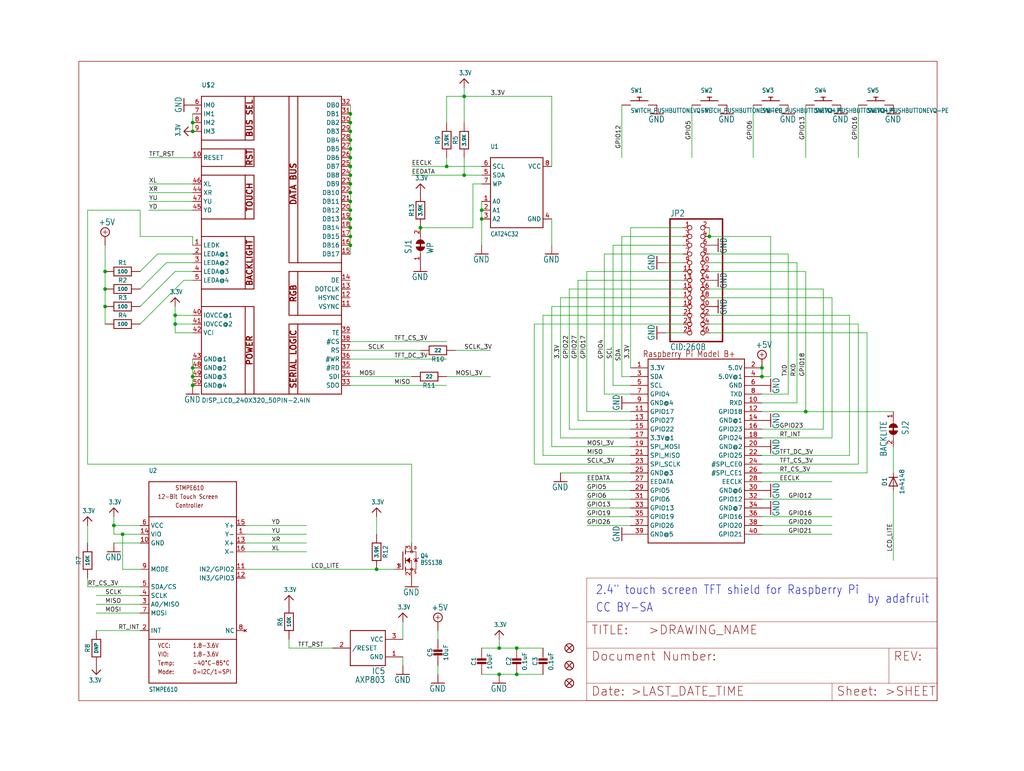
<source format=kicad_sch>
(kicad_sch (version 20211123) (generator eeschema)
  (paper "User" 297.002 223.571)
  (junction (at 144.78 195.58))
  (junction (at 139.7 60.96))
  (junction (at 101.6 58.42))
  (junction (at 55.88 109.22))
  (junction (at 134.62 27.94))
  (junction (at 101.6 68.58))
  (junction (at 220.98 109.22))
  (junction (at 101.6 55.88))
  (junction (at 33.02 152.4))
  (junction (at 129.54 48.26))
  (junction (at 101.6 53.34))
  (junction (at 101.6 50.8))
  (junction (at 233.68 119.38))
  (junction (at 101.6 71.12))
  (junction (at 30.48 88.9))
  (junction (at 101.6 35.56))
  (junction (at 30.48 83.82))
  (junction (at 50.8 91.44))
  (junction (at 55.88 111.76))
  (junction (at 149.86 195.58))
  (junction (at 101.6 38.1))
  (junction (at 109.22 165.1))
  (junction (at 101.6 43.18))
  (junction (at 101.6 45.72))
  (junction (at 50.8 93.98))
  (junction (at 101.6 60.96))
  (junction (at 35.56 154.94))
  (junction (at 205.74 68.58))
  (junction (at 101.6 33.02))
  (junction (at 101.6 40.64))
  (junction (at 101.6 63.5))
  (junction (at 101.6 66.04))
  (junction (at 121.92 66.04))
  (junction (at 55.88 38.1))
  (junction (at 55.88 35.56))
  (junction (at 149.86 187.96))
  (junction (at 101.6 48.26))
  (junction (at 220.98 106.68))
  (junction (at 139.7 63.5))
  (junction (at 30.48 78.74))
  (junction (at 55.88 106.68))
  (junction (at 144.78 187.96))
  (junction (at 134.62 50.8))
  (wire (pts (xy 55.88 55.88) (xy 43.18 55.88)))
  (wire (pts (xy 149.86 187.96) (xy 144.78 187.96)))
  (wire (pts (xy 165.1 124.46) (xy 182.88 124.46)))
  (wire (pts (xy 228.6 114.3) (xy 220.98 114.3)))
  (wire (pts (xy 101.6 33.02) (xy 101.6 35.56)))
  (wire (pts (xy 25.4 170.18) (xy 25.4 167.64)))
  (wire (pts (xy 129.54 109.22) (xy 142.24 109.22)))
  (wire (pts (xy 121.92 66.04) (xy 137.16 66.04)))
  (wire (pts (xy 101.6 38.1) (xy 101.6 40.64)))
  (wire (pts (xy 30.48 88.9) (xy 30.48 93.98)))
  (wire (pts (xy 198.12 81.28) (xy 167.64 81.28)))
  (wire (pts (xy 116.84 185.42) (xy 116.84 180.34)))
  (wire (pts (xy 246.38 132.08) (xy 220.98 132.08)))
  (wire (pts (xy 71.12 157.48) (xy 88.9 157.48)))
  (wire (pts (xy 101.6 71.12) (xy 101.6 73.66)))
  (wire (pts (xy 233.68 30.48) (xy 233.68 45.72)))
  (wire (pts (xy 137.16 66.04) (xy 137.16 53.34)))
  (wire (pts (xy 25.4 170.18) (xy 40.64 170.18)))
  (wire (pts (xy 139.7 48.26) (xy 129.54 48.26)))
  (wire (pts (xy 238.76 83.82) (xy 238.76 124.46)))
  (wire (pts (xy 144.78 185.42) (xy 144.78 187.96)))
  (wire (pts (xy 198.12 66.04) (xy 182.88 66.04)))
  (wire (pts (xy 220.98 106.68) (xy 220.98 109.22)))
  (wire (pts (xy 223.52 68.58) (xy 223.52 109.22)))
  (wire (pts (xy 101.6 63.5) (xy 101.6 66.04)))
  (wire (pts (xy 167.64 121.92) (xy 182.88 121.92)))
  (wire (pts (xy 233.68 119.38) (xy 259.08 119.38)))
  (wire (pts (xy 40.64 83.82) (xy 48.26 76.2)))
  (wire (pts (xy 55.88 33.02) (xy 55.88 35.56)))
  (wire (pts (xy 55.88 53.34) (xy 43.18 53.34)))
  (wire (pts (xy 30.48 78.74) (xy 30.48 83.82)))
  (wire (pts (xy 198.12 88.9) (xy 160.02 88.9)))
  (wire (pts (xy 144.78 195.58) (xy 149.86 195.58)))
  (wire (pts (xy 40.64 60.96) (xy 40.64 68.58)))
  (wire (pts (xy 101.6 50.8) (xy 101.6 53.34)))
  (wire (pts (xy 162.56 86.36) (xy 162.56 127)))
  (wire (pts (xy 129.54 48.26) (xy 119.38 48.26)))
  (wire (pts (xy 55.88 35.56) (xy 55.88 38.1)))
  (wire (pts (xy 182.88 149.86) (xy 170.18 149.86)))
  (wire (pts (xy 205.74 91.44) (xy 246.38 91.44)))
  (wire (pts (xy 35.56 154.94) (xy 33.02 154.94)))
  (wire (pts (xy 241.3 154.94) (xy 220.98 154.94)))
  (wire (pts (xy 55.88 106.68) (xy 55.88 109.22)))
  (wire (pts (xy 182.88 66.04) (xy 182.88 106.68)))
  (wire (pts (xy 134.62 35.56) (xy 134.62 27.94)))
  (wire (pts (xy 205.74 66.04) (xy 205.74 68.58)))
  (wire (pts (xy 101.6 40.64) (xy 101.6 43.18)))
  (wire (pts (xy 25.4 60.96) (xy 40.64 60.96)))
  (wire (pts (xy 220.98 144.78) (xy 241.3 144.78)))
  (wire (pts (xy 180.34 68.58) (xy 180.34 109.22)))
  (wire (pts (xy 220.98 139.7) (xy 241.3 139.7)))
  (wire (pts (xy 55.88 104.14) (xy 55.88 106.68)))
  (wire (pts (xy 33.02 152.4) (xy 33.02 154.94)))
  (wire (pts (xy 40.64 154.94) (xy 35.56 154.94)))
  (wire (pts (xy 134.62 27.94) (xy 129.54 27.94)))
  (wire (pts (xy 198.12 68.58) (xy 180.34 68.58)))
  (wire (pts (xy 180.34 109.22) (xy 182.88 109.22)))
  (wire (pts (xy 71.12 152.4) (xy 88.9 152.4)))
  (wire (pts (xy 101.6 66.04) (xy 101.6 68.58)))
  (wire (pts (xy 167.64 81.28) (xy 167.64 121.92)))
  (wire (pts (xy 101.6 109.22) (xy 119.38 109.22)))
  (wire (pts (xy 160.02 129.54) (xy 182.88 129.54)))
  (wire (pts (xy 182.88 147.32) (xy 170.18 147.32)))
  (wire (pts (xy 116.84 190.5) (xy 116.84 193.04)))
  (wire (pts (xy 33.02 152.4) (xy 40.64 152.4)))
  (wire (pts (xy 27.94 172.72) (xy 40.64 172.72)))
  (wire (pts (xy 53.34 81.28) (xy 55.88 81.28)))
  (wire (pts (xy 205.74 76.2) (xy 231.14 76.2)))
  (wire (pts (xy 162.56 127) (xy 182.88 127)))
  (wire (pts (xy 25.4 157.48) (xy 25.4 152.4)))
  (wire (pts (xy 182.88 142.24) (xy 170.18 142.24)))
  (wire (pts (xy 160.02 88.9) (xy 160.02 129.54)))
  (wire (pts (xy 248.92 93.98) (xy 248.92 134.62)))
  (wire (pts (xy 127 195.58) (xy 127 193.04)))
  (wire (pts (xy 233.68 119.38) (xy 220.98 119.38)))
  (wire (pts (xy 33.02 149.86) (xy 33.02 152.4)))
  (wire (pts (xy 101.6 48.26) (xy 101.6 50.8)))
  (wire (pts (xy 50.8 96.52) (xy 55.88 96.52)))
  (wire (pts (xy 50.8 91.44) (xy 50.8 88.9)))
  (wire (pts (xy 198.12 83.82) (xy 165.1 83.82)))
  (wire (pts (xy 231.14 116.84) (xy 220.98 116.84)))
  (wire (pts (xy 170.18 119.38) (xy 182.88 119.38)))
  (wire (pts (xy 160.02 48.26) (xy 160.02 27.94)))
  (wire (pts (xy 198.12 93.98) (xy 154.94 93.98)))
  (wire (pts (xy 30.48 71.12) (xy 30.48 78.74)))
  (wire (pts (xy 50.8 93.98) (xy 50.8 91.44)))
  (wire (pts (xy 162.56 137.16) (xy 182.88 137.16)))
  (wire (pts (xy 134.62 50.8) (xy 139.7 50.8)))
  (wire (pts (xy 35.56 165.1) (xy 35.56 154.94)))
  (wire (pts (xy 200.66 30.48) (xy 200.66 45.72)))
  (wire (pts (xy 220.98 152.4) (xy 241.3 152.4)))
  (wire (pts (xy 198.12 78.74) (xy 170.18 78.74)))
  (wire (pts (xy 71.12 154.94) (xy 88.9 154.94)))
  (wire (pts (xy 205.74 93.98) (xy 248.92 93.98)))
  (wire (pts (xy 101.6 99.06) (xy 129.54 99.06)))
  (wire (pts (xy 40.64 182.88) (xy 27.94 182.88)))
  (wire (pts (xy 246.38 91.44) (xy 246.38 132.08)))
  (wire (pts (xy 205.74 68.58) (xy 223.52 68.58)))
  (wire (pts (xy 101.6 45.72) (xy 101.6 48.26)))
  (wire (pts (xy 27.94 175.26) (xy 40.64 175.26)))
  (wire (pts (xy 170.18 78.74) (xy 170.18 119.38)))
  (wire (pts (xy 101.6 60.96) (xy 101.6 63.5)))
  (wire (pts (xy 101.6 53.34) (xy 101.6 55.88)))
  (wire (pts (xy 223.52 109.22) (xy 220.98 109.22)))
  (wire (pts (xy 71.12 165.1) (xy 109.22 165.1)))
  (wire (pts (xy 175.26 114.3) (xy 182.88 114.3)))
  (wire (pts (xy 129.54 27.94) (xy 129.54 35.56)))
  (wire (pts (xy 144.78 187.96) (xy 139.7 187.96)))
  (wire (pts (xy 198.12 76.2) (xy 193.04 76.2)))
  (wire (pts (xy 50.8 78.74) (xy 55.88 78.74)))
  (wire (pts (xy 139.7 60.96) (xy 139.7 63.5)))
  (wire (pts (xy 40.64 88.9) (xy 50.8 78.74)))
  (wire (pts (xy 198.12 73.66) (xy 175.26 73.66)))
  (wire (pts (xy 170.18 144.78) (xy 182.88 144.78)))
  (wire (pts (xy 198.12 96.52) (xy 193.04 96.52)))
  (wire (pts (xy 101.6 35.56) (xy 101.6 38.1)))
  (wire (pts (xy 45.72 73.66) (xy 55.88 73.66)))
  (wire (pts (xy 101.6 101.6) (xy 121.92 101.6)))
  (wire (pts (xy 157.48 132.08) (xy 182.88 132.08)))
  (wire (pts (xy 43.18 58.42) (xy 55.88 58.42)))
  (wire (pts (xy 182.88 139.7) (xy 170.18 139.7)))
  (wire (pts (xy 165.1 83.82) (xy 165.1 124.46)))
  (wire (pts (xy 55.88 60.96) (xy 43.18 60.96)))
  (wire (pts (xy 170.18 152.4) (xy 182.88 152.4)))
  (wire (pts (xy 25.4 134.62) (xy 119.38 134.62)))
  (wire (pts (xy 137.16 53.34) (xy 139.7 53.34)))
  (wire (pts (xy 40.64 68.58) (xy 55.88 68.58)))
  (wire (pts (xy 101.6 68.58) (xy 101.6 71.12)))
  (wire (pts (xy 101.6 104.14) (xy 129.54 104.14)))
  (wire (pts (xy 180.34 30.48) (xy 180.34 45.72)))
  (wire (pts (xy 40.64 78.74) (xy 45.72 73.66)))
  (wire (pts (xy 50.8 96.52) (xy 50.8 93.98)))
  (wire (pts (xy 109.22 154.94) (xy 109.22 149.86)))
  (wire (pts (xy 241.3 86.36) (xy 241.3 127)))
  (wire (pts (xy 154.94 93.98) (xy 154.94 134.62)))
  (wire (pts (xy 248.92 30.48) (xy 248.92 45.72)))
  (wire (pts (xy 220.98 149.86) (xy 241.3 149.86)))
  (wire (pts (xy 129.54 45.72) (xy 129.54 48.26)))
  (wire (pts (xy 119.38 134.62) (xy 119.38 157.48)))
  (wire (pts (xy 139.7 58.42) (xy 139.7 60.96)))
  (wire (pts (xy 149.86 187.96) (xy 157.48 187.96)))
  (wire (pts (xy 139.7 195.58) (xy 144.78 195.58)))
  (wire (pts (xy 177.8 71.12) (xy 177.8 111.76)))
  (wire (pts (xy 205.74 86.36) (xy 241.3 86.36)))
  (wire (pts (xy 55.88 45.72) (xy 43.18 45.72)))
  (wire (pts (xy 238.76 124.46) (xy 220.98 124.46)))
  (wire (pts (xy 177.8 111.76) (xy 182.88 111.76)))
  (wire (pts (xy 259.08 142.24) (xy 259.08 162.56)))
  (wire (pts (xy 132.08 101.6) (xy 142.24 101.6)))
  (wire (pts (xy 198.12 71.12) (xy 177.8 71.12)))
  (wire (pts (xy 228.6 73.66) (xy 228.6 114.3)))
  (wire (pts (xy 55.88 109.22) (xy 55.88 111.76)))
  (wire (pts (xy 101.6 55.88) (xy 101.6 58.42)))
  (wire (pts (xy 139.7 63.5) (xy 139.7 71.12)))
  (wire (pts (xy 134.62 45.72) (xy 134.62 50.8)))
  (wire (pts (xy 154.94 134.62) (xy 182.88 134.62)))
  (wire (pts (xy 96.52 187.96) (xy 83.82 187.96)))
  (wire (pts (xy 241.3 127) (xy 220.98 127)))
  (wire (pts (xy 55.88 68.58) (xy 55.88 71.12)))
  (wire (pts (xy 231.14 76.2) (xy 231.14 116.84)))
  (wire (pts (xy 198.12 86.36) (xy 162.56 86.36)))
  (wire (pts (xy 157.48 195.58) (xy 149.86 195.58)))
  (wire (pts (xy 40.64 177.8) (xy 27.94 177.8)))
  (wire (pts (xy 251.46 96.52) (xy 251.46 137.16)))
  (wire (pts (xy 218.44 30.48) (xy 218.44 45.72)))
  (wire (pts (xy 25.4 60.96) (xy 25.4 134.62)))
  (wire (pts (xy 101.6 30.48) (xy 101.6 33.02)))
  (wire (pts (xy 55.88 93.98) (xy 50.8 93.98)))
  (wire (pts (xy 50.8 91.44) (xy 55.88 91.44)))
  (wire (pts (xy 160.02 63.5) (xy 160.02 71.12)))
  (wire (pts (xy 101.6 111.76) (xy 129.54 111.76)))
  (wire (pts (xy 33.02 157.48) (xy 40.64 157.48)))
  (wire (pts (xy 205.74 83.82) (xy 238.76 83.82)))
  (wire (pts (xy 251.46 137.16) (xy 220.98 137.16)))
  (wire (pts (xy 48.26 76.2) (xy 55.88 76.2)))
  (wire (pts (xy 109.22 165.1) (xy 114.3 165.1)))
  (wire (pts (xy 134.62 25.4) (xy 134.62 27.94)))
  (wire (pts (xy 248.92 134.62) (xy 220.98 134.62)))
  (wire (pts (xy 205.74 73.66) (xy 228.6 73.66)))
  (wire (pts (xy 83.82 187.96) (xy 83.82 185.42)))
  (wire (pts (xy 40.64 165.1) (xy 35.56 165.1)))
  (wire (pts (xy 157.48 91.44) (xy 157.48 132.08)))
  (wire (pts (xy 205.74 96.52) (xy 251.46 96.52)))
  (wire (pts (xy 198.12 91.44) (xy 157.48 91.44)))
  (wire (pts (xy 101.6 43.18) (xy 101.6 45.72)))
  (wire (pts (xy 127 182.88) (xy 127 185.42)))
  (wire (pts (xy 101.6 58.42) (xy 101.6 60.96)))
  (wire (pts (xy 205.74 78.74) (xy 233.68 78.74)))
  (wire (pts (xy 259.08 137.16) (xy 259.08 129.54)))
  (wire (pts (xy 233.68 78.74) (xy 233.68 119.38)))
  (wire (pts (xy 40.64 93.98) (xy 53.34 81.28)))
  (wire (pts (xy 119.38 50.8) (xy 134.62 50.8)))
  (wire (pts (xy 160.02 27.94) (xy 134.62 27.94)))
  (wire (pts (xy 175.26 73.66) (xy 175.26 114.3)))
  (wire (pts (xy 30.48 83.82) (xy 30.48 88.9)))
  (wire (pts (xy 71.12 160.02) (xy 88.9 160.02)))
  (text "by adafruit~{}" (at 251.46 175.26 180) (effects (font (size 2.54 2.159)) (justify left bottom)))
  (text "CC BY-SA" (at 172.72 177.8 180) (effects (font (size 2.54 2.159)) (justify left bottom)))
  (text "2.4\" touch screen TFT shield for Raspberry Pi" (at 172.72 172.72 180) (effects (font (size 2.54 2.159)) (justify left bottom)))
  (label "SCL" (at 177.8 104.14 90) (effects (font (size 1.2446 1.2446))))
  (label "GPIO4" (at 175.26 104.14 90) (effects (font (size 1.2446 1.2446))))
  (label "GPIO16" (at 228.6 149.86 0) (effects (font (size 1.2446 1.2446))))
  (label "YU" (at 78.74 154.94 0) (effects (font (size 1.2446 1.2446))))
  (label "YD" (at 43.18 60.96 0) (effects (font (size 1.2446 1.2446))))
  (label "EECLK" (at 119.38 48.26 0) (effects (font (size 1.2446 1.2446))))
  (label "GPIO5" (at 200.66 40.64 90) (effects (font (size 1.2446 1.2446))))
  (label "XL" (at 78.74 160.02 0) (effects (font (size 1.2446 1.2446))))
  (label "TXD" (at 228.6 109.22 90) (effects (font (size 1.2446 1.2446))))
  (label "GPIO18" (at 233.68 109.22 90) (effects (font (size 1.2446 1.2446))))
  (label "TFT_RST" (at 86.36 187.96 0) (effects (font (size 1.2446 1.2446))))
  (label "YD" (at 78.74 152.4 0) (effects (font (size 1.2446 1.2446))))
  (label "XR" (at 43.18 55.88 0) (effects (font (size 1.2446 1.2446))))
  (label "EEDATA" (at 170.18 139.7 0) (effects (font (size 1.2446 1.2446))))
  (label "SCLK_3V" (at 170.18 134.62 0) (effects (font (size 1.2446 1.2446))))
  (label "GPIO26" (at 170.18 152.4 0) (effects (font (size 1.2446 1.2446))))
  (label "GPIO27" (at 167.64 104.14 90) (effects (font (size 1.2446 1.2446))))
  (label "MISO" (at 30.48 175.26 0) (effects (font (size 1.2446 1.2446))))
  (label "TFT_DC_3V" (at 226.06 132.08 0) (effects (font (size 1.2446 1.2446))))
  (label "GPIO12" (at 180.34 43.18 90) (effects (font (size 1.2446 1.2446))))
  (label "TFT_DC_3V" (at 114.3 104.14 0) (effects (font (size 1.2446 1.2446))))
  (label "MISO" (at 170.18 132.08 0) (effects (font (size 1.2446 1.2446))))
  (label "GPIO6" (at 218.44 40.64 90) (effects (font (size 1.2446 1.2446))))
  (label "RT_INT" (at 226.06 127 0) (effects (font (size 1.2446 1.2446))))
  (label "MOSI" (at 104.14 109.22 0) (effects (font (size 1.2446 1.2446))))
  (label "RT_CS_3V" (at 226.06 137.16 0) (effects (font (size 1.2446 1.2446))))
  (label "SCLK_3V" (at 134.62 101.6 0) (effects (font (size 1.2446 1.2446))))
  (label "GPIO20" (at 228.6 152.4 0) (effects (font (size 1.2446 1.2446))))
  (label "LCD_LITE" (at 259.08 160.02 90) (effects (font (size 1.2446 1.2446))))
  (label "3.3V" (at 182.88 104.14 90) (effects (font (size 1.2446 1.2446))))
  (label "TFT_CS_3V" (at 114.3 99.06 0) (effects (font (size 1.2446 1.2446))))
  (label "GPIO22" (at 165.1 104.14 90) (effects (font (size 1.2446 1.2446))))
  (label "3.3V" (at 142.24 27.94 0) (effects (font (size 1.2446 1.2446))))
  (label "TFT_RST" (at 43.18 45.72 0) (effects (font (size 1.2446 1.2446))))
  (label "MOSI_3V" (at 170.18 129.54 0) (effects (font (size 1.2446 1.2446))))
  (label "GPIO12" (at 228.6 144.78 0) (effects (font (size 1.2446 1.2446))))
  (label "RT_INT" (at 34.29 182.88 0) (effects (font (size 1.2446 1.2446))))
  (label "GPIO13" (at 170.18 147.32 0) (effects (font (size 1.2446 1.2446))))
  (label "GPIO6" (at 170.18 144.78 0) (effects (font (size 1.2446 1.2446))))
  (label "MISO" (at 114.3 111.76 0) (effects (font (size 1.2446 1.2446))))
  (label "XL" (at 43.18 53.34 0) (effects (font (size 1.2446 1.2446))))
  (label "EEDATA" (at 119.38 50.8 0) (effects (font (size 1.2446 1.2446))))
  (label "LCD_LITE" (at 90.17 165.1 0) (effects (font (size 1.2446 1.2446))))
  (label "GPIO19" (at 170.18 149.86 0) (effects (font (size 1.2446 1.2446))))
  (label "GPIO23" (at 226.06 124.46 0) (effects (font (size 1.2446 1.2446))))
  (label "GPIO16" (at 248.92 40.64 90) (effects (font (size 1.2446 1.2446))))
  (label "SCLK" (at 30.48 172.72 0) (effects (font (size 1.2446 1.2446))))
  (label "GPIO17" (at 170.18 104.14 90) (effects (font (size 1.2446 1.2446))))
  (label "GPIO5" (at 170.18 142.24 0) (effects (font (size 1.2446 1.2446))))
  (label "SCLK" (at 106.68 101.6 0) (effects (font (size 1.2446 1.2446))))
  (label "SDA" (at 180.34 104.775 90) (effects (font (size 1.2446 1.2446))))
  (label "RXD" (at 231.14 109.22 90) (effects (font (size 1.2446 1.2446))))
  (label "TFT_CS_3V" (at 226.06 134.62 0) (effects (font (size 1.2446 1.2446))))
  (label "MOSI_3V" (at 132.08 109.22 0) (effects (font (size 1.2446 1.2446))))
  (label "MOSI" (at 30.48 177.8 0) (effects (font (size 1.2446 1.2446))))
  (label "GPIO13" (at 233.68 40.64 90) (effects (font (size 1.2446 1.2446))))
  (label "3.3V" (at 162.56 104.14 90) (effects (font (size 1.2446 1.2446))))
  (label "GPIO21" (at 228.6 154.94 0) (effects (font (size 1.2446 1.2446))))
  (label "XR" (at 78.74 157.48 0) (effects (font (size 1.2446 1.2446))))
  (label "YU" (at 43.18 58.42 0) (effects (font (size 1.2446 1.2446))))
  (label "RT_CS_3V" (at 25.4 170.18 0) (effects (font (size 1.2446 1.2446))))
  (label "EECLK" (at 226.06 139.7 0) (effects (font (size 1.2446 1.2446))))
  (symbol (lib_id "eagleSchem-eagle-import:GND") (at 55.88 114.3 0) (unit 1)
    (property "Reference" "#U$8" (effects hide))
    (property "Value" "GND" (at 53.34 116.84 0) (effects (font (size 1.778 1.5113)) (justify left bottom)))
    (property "Footprint" "eagleSchem:" (effects hide))
  )
  (symbol (lib_id "eagleSchem-eagle-import:GND") (at 223.52 142.24 90) (unit 1)
    (property "Reference" "#U$32" (effects hide))
    (property "Value" "GND" (at 226.06 144.78 0) (effects (font (size 1.778 1.5113)) (justify left bottom)))
    (property "Footprint" "eagleSchem:" (effects hide))
  )
  (symbol (lib_id "eagleSchem-eagle-import:RESISTOR0805_NOOUTLINE") (at 35.56 78.74 0) (unit 1)
    (property "Reference" "R1" (at 35.56 76.2 0))
    (property "Value" "100" (at 35.56 78.74 0) (effects (font (size 1.016 1.016) bold)))
    (property "Footprint" "eagleSchem:0805-NO" (effects hide))
  )
  (symbol (lib_id "eagleSchem-eagle-import:RESISTOR0805_NOOUTLINE") (at 25.4 162.56 90) (unit 1)
    (property "Reference" "R7" (at 22.86 162.56 0))
    (property "Value" "10K" (at 25.4 162.56 0) (effects (font (size 1.016 1.016) bold)))
    (property "Footprint" "eagleSchem:0805-NO" (effects hide))
  )
  (symbol (lib_id "eagleSchem-eagle-import:GND") (at 180.34 116.84 270) (unit 1)
    (property "Reference" "#U$39" (effects hide))
    (property "Value" "GND" (at 177.8 114.3 0) (effects (font (size 1.778 1.5113)) (justify left bottom)))
    (property "Footprint" "eagleSchem:" (effects hide))
  )
  (symbol (lib_id "eagleSchem-eagle-import:GND") (at 53.34 30.48 270) (unit 1)
    (property "Reference" "#U$1" (effects hide))
    (property "Value" "GND" (at 50.8 27.94 0) (effects (font (size 1.778 1.5113)) (justify left bottom)))
    (property "Footprint" "eagleSchem:" (effects hide))
  )
  (symbol (lib_id "eagleSchem-eagle-import:GND") (at 33.02 160.02 0) (unit 1)
    (property "Reference" "#U$7" (effects hide))
    (property "Value" "GND" (at 30.48 162.56 0) (effects (font (size 1.778 1.5113)) (justify left bottom)))
    (property "Footprint" "eagleSchem:" (effects hide))
  )
  (symbol (lib_id "eagleSchem-eagle-import:GND") (at 144.78 198.12 0) (unit 1)
    (property "Reference" "#U$5" (effects hide))
    (property "Value" "GND" (at 142.24 200.66 0) (effects (font (size 1.778 1.5113)) (justify left bottom)))
    (property "Footprint" "eagleSchem:" (effects hide))
  )
  (symbol (lib_id "eagleSchem-eagle-import:SWITCH_PUSHBUTTONEVQ-PE") (at 185.42 30.48 0) (unit 1)
    (property "Reference" "SW1" (at 182.88 26.924 0) (effects (font (size 1.27 1.0795)) (justify left bottom)))
    (property "Value" "SWITCH_PUSHBUTTONEVQ-PE" (at 182.88 32.766 0) (effects (font (size 1.27 1.0795)) (justify left bottom)))
    (property "Footprint" "eagleSchem:TACT_PANA-EVQ" (effects hide))
  )
  (symbol (lib_id "eagleSchem-eagle-import:GND") (at 190.5 33.02 0) (unit 1)
    (property "Reference" "#U$19" (effects hide))
    (property "Value" "GND" (at 187.96 35.56 0) (effects (font (size 1.778 1.5113)) (justify left bottom)))
    (property "Footprint" "eagleSchem:" (effects hide))
  )
  (symbol (lib_id "eagleSchem-eagle-import:GND") (at 243.84 33.02 0) (unit 1)
    (property "Reference" "#U$22" (effects hide))
    (property "Value" "GND" (at 241.3 35.56 0) (effects (font (size 1.778 1.5113)) (justify left bottom)))
    (property "Footprint" "eagleSchem:" (effects hide))
  )
  (symbol (lib_id "eagleSchem-eagle-import:3.3V") (at 83.82 172.72 0) (unit 1)
    (property "Reference" "#U$6" (effects hide))
    (property "Value" "3.3V" (at 82.296 171.704 0) (effects (font (size 1.27 1.0795)) (justify left bottom)))
    (property "Footprint" "eagleSchem:" (effects hide))
  )
  (symbol (lib_id "eagleSchem-eagle-import:RESISTOR0805_NOOUTLINE") (at 127 101.6 180) (unit 1)
    (property "Reference" "R10" (at 127 104.14 0))
    (property "Value" "22" (at 127 101.6 0) (effects (font (size 1.016 1.016) bold)))
    (property "Footprint" "eagleSchem:0805-NO" (effects hide))
  )
  (symbol (lib_id "eagleSchem-eagle-import:GND") (at 223.52 147.32 90) (unit 1)
    (property "Reference" "#U$33" (effects hide))
    (property "Value" "GND" (at 226.06 149.86 0) (effects (font (size 1.778 1.5113)) (justify left bottom)))
    (property "Footprint" "eagleSchem:" (effects hide))
  )
  (symbol (lib_id "eagleSchem-eagle-import:CAP_CERAMIC0805-NOOUTLINE") (at 127 190.5 0) (unit 1)
    (property "Reference" "C5" (at 124.71 189.25 90))
    (property "Value" "10uF" (at 129.3 189.25 90))
    (property "Footprint" "eagleSchem:0805-NO" (effects hide))
  )
  (symbol (lib_id "eagleSchem-eagle-import:3.3V") (at 27.94 195.58 180) (unit 1)
    (property "Reference" "#U$30" (effects hide))
    (property "Value" "3.3V" (at 29.464 196.596 0) (effects (font (size 1.27 1.0795)) (justify left bottom)))
    (property "Footprint" "eagleSchem:" (effects hide))
  )
  (symbol (lib_id "eagleSchem-eagle-import:RESISTOR0805_NOOUTLINE") (at 27.94 187.96 90) (unit 1)
    (property "Reference" "R8" (at 25.4 187.96 0))
    (property "Value" "DNP" (at 27.94 187.96 0) (effects (font (size 1.016 1.016) bold)))
    (property "Footprint" "eagleSchem:0805-NO" (effects hide))
  )
  (symbol (lib_id "eagleSchem-eagle-import:GND") (at 190.5 96.52 270) (unit 1)
    (property "Reference" "#U$42" (effects hide))
    (property "Value" "GND" (at 187.96 93.98 0) (effects (font (size 1.778 1.5113)) (justify left bottom)))
    (property "Footprint" "eagleSchem:" (effects hide))
  )
  (symbol (lib_id "eagleSchem-eagle-import:GND") (at 160.02 73.66 0) (unit 1)
    (property "Reference" "#GND4" (effects hide))
    (property "Value" "GND" (at 157.48 76.2 0) (effects (font (size 1.778 1.5113)) (justify left bottom)))
    (property "Footprint" "eagleSchem:" (effects hide))
  )
  (symbol (lib_id "eagleSchem-eagle-import:3.3V") (at 144.78 182.88 0) (unit 1)
    (property "Reference" "#U$24" (effects hide))
    (property "Value" "3.3V" (at 143.256 181.864 0) (effects (font (size 1.27 1.0795)) (justify left bottom)))
    (property "Footprint" "eagleSchem:" (effects hide))
  )
  (symbol (lib_id "eagleSchem-eagle-import:GND") (at 223.52 129.54 90) (unit 1)
    (property "Reference" "#U$17" (effects hide))
    (property "Value" "GND" (at 226.06 132.08 0) (effects (font (size 1.778 1.5113)) (justify left bottom)))
    (property "Footprint" "eagleSchem:" (effects hide))
  )
  (symbol (lib_id "eagleSchem-eagle-import:CAP_CERAMIC0805-NOOUTLINE") (at 157.48 193.04 0) (unit 1)
    (property "Reference" "C3" (at 155.19 191.79 90))
    (property "Value" "0.1uF" (at 159.78 191.79 90))
    (property "Footprint" "eagleSchem:0805-NO" (effects hide))
  )
  (symbol (lib_id "eagleSchem-eagle-import:STMPE610") (at 55.88 170.18 0) (unit 1)
    (property "Reference" "U2" (at 43.18 137.16 0) (effects (font (size 1.27 1.0795)) (justify left bottom)))
    (property "Value" "STMPE610" (at 43.18 200.66 0) (effects (font (size 1.27 1.0795)) (justify left bottom)))
    (property "Footprint" "eagleSchem:QFN16_3MM" (effects hide))
  )
  (symbol (lib_id "eagleSchem-eagle-import:FIDUCIAL{dblquote}{dblquote}") (at 165.1 193.04 0) (unit 1)
    (property "Reference" "U$18" (effects hide))
    (property "Value" "FIDUCIAL{dblquote}{dblquote}" (effects hide))
    (property "Footprint" "eagleSchem:FIDUCIAL_1MM" (effects hide))
  )
  (symbol (lib_id "eagleSchem-eagle-import:GND") (at 223.52 111.76 90) (unit 1)
    (property "Reference" "#U$12" (effects hide))
    (property "Value" "GND" (at 226.06 114.3 0) (effects (font (size 1.778 1.5113)) (justify left bottom)))
    (property "Footprint" "eagleSchem:" (effects hide))
  )
  (symbol (lib_id "eagleSchem-eagle-import:GND") (at 208.28 81.28 90) (unit 1)
    (property "Reference" "#U$37" (effects hide))
    (property "Value" "GND" (at 210.82 83.82 0) (effects (font (size 1.778 1.5113)) (justify left bottom)))
    (property "Footprint" "eagleSchem:" (effects hide))
  )
  (symbol (lib_id "eagleSchem-eagle-import:RESISTOR0805_NOOUTLINE") (at 134.62 40.64 90) (unit 1)
    (property "Reference" "R5" (at 132.08 40.64 0))
    (property "Value" "3.9K" (at 134.62 40.64 0) (effects (font (size 1.016 1.016) bold)))
    (property "Footprint" "eagleSchem:0805-NO" (effects hide))
  )
  (symbol (lib_id "eagleSchem-eagle-import:GND") (at 208.28 71.12 90) (unit 1)
    (property "Reference" "#U$15" (effects hide))
    (property "Value" "GND" (at 210.82 73.66 0) (effects (font (size 1.778 1.5113)) (justify left bottom)))
    (property "Footprint" "eagleSchem:" (effects hide))
  )
  (symbol (lib_id "eagleSchem-eagle-import:RESISTOR0805_NOOUTLINE") (at 35.56 88.9 0) (unit 1)
    (property "Reference" "R3" (at 35.56 86.36 0))
    (property "Value" "100" (at 35.56 88.9 0) (effects (font (size 1.016 1.016) bold)))
    (property "Footprint" "eagleSchem:0805-NO" (effects hide))
  )
  (symbol (lib_id "eagleSchem-eagle-import:3.3V") (at 53.34 38.1 90) (unit 1)
    (property "Reference" "#U$25" (effects hide))
    (property "Value" "3.3V" (at 52.324 39.624 0) (effects (font (size 1.27 1.0795)) (justify left bottom)))
    (property "Footprint" "eagleSchem:" (effects hide))
  )
  (symbol (lib_id "eagleSchem-eagle-import:MOSFET-NWIDE") (at 116.84 162.56 0) (unit 1)
    (property "Reference" "Q4" (at 121.92 161.925 0) (effects (font (size 1.27 1.0795)) (justify left bottom)))
    (property "Value" "BSS138" (at 121.92 163.83 0) (effects (font (size 1.27 1.0795)) (justify left bottom)))
    (property "Footprint" "eagleSchem:SOT23-WIDE" (effects hide))
  )
  (symbol (lib_id "eagleSchem-eagle-import:GND") (at 190.5 76.2 270) (unit 1)
    (property "Reference" "#U$40" (effects hide))
    (property "Value" "GND" (at 187.96 73.66 0) (effects (font (size 1.778 1.5113)) (justify left bottom)))
    (property "Footprint" "eagleSchem:" (effects hide))
  )
  (symbol (lib_id "eagleSchem-eagle-import:RESISTOR0805_NOOUTLINE") (at 124.46 109.22 180) (unit 1)
    (property "Reference" "R11" (at 124.46 111.76 0))
    (property "Value" "22" (at 124.46 109.22 0) (effects (font (size 1.016 1.016) bold)))
    (property "Footprint" "eagleSchem:0805-NO" (effects hide))
  )
  (symbol (lib_id "eagleSchem-eagle-import:AXP083-SAG") (at 106.68 187.96 0) (mirror y) (unit 1)
    (property "Reference" "IC5" (at 111.76 195.58 0) (effects (font (size 1.778 1.5113)) (justify left bottom)))
    (property "Value" "AXP803" (at 111.76 198.12 0) (effects (font (size 1.778 1.5113)) (justify left bottom)))
    (property "Footprint" "eagleSchem:SOT23" (effects hide))
  )
  (symbol (lib_id "eagleSchem-eagle-import:CAP_CERAMIC0805-NOOUTLINE") (at 139.7 193.04 0) (unit 1)
    (property "Reference" "C1" (at 137.41 191.79 90))
    (property "Value" "10uF" (at 142 191.79 90))
    (property "Footprint" "eagleSchem:0805-NO" (effects hide))
  )
  (symbol (lib_id "eagleSchem-eagle-import:DIODESOD-323") (at 259.08 139.7 90) (unit 1)
    (property "Reference" "D1" (at 256.54 139.7 0))
    (property "Value" "1n4148" (at 261.58 139.7 0))
    (property "Footprint" "eagleSchem:SOD-323" (effects hide))
  )
  (symbol (lib_id "eagleSchem-eagle-import:RESISTOR0805_NOOUTLINE") (at 83.82 180.34 90) (unit 1)
    (property "Reference" "R6" (at 81.28 180.34 0))
    (property "Value" "10K" (at 83.82 180.34 0) (effects (font (size 1.016 1.016) bold)))
    (property "Footprint" "eagleSchem:0805-NO" (effects hide))
  )
  (symbol (lib_id "eagleSchem-eagle-import:GND") (at 116.84 195.58 0) (unit 1)
    (property "Reference" "#U$14" (effects hide))
    (property "Value" "GND" (at 114.3 198.12 0) (effects (font (size 1.778 1.5113)) (justify left bottom)))
    (property "Footprint" "eagleSchem:" (effects hide))
  )
  (symbol (lib_id "eagleSchem-eagle-import:GND") (at 139.7 73.66 0) (unit 1)
    (property "Reference" "#GND3" (effects hide))
    (property "Value" "GND" (at 137.16 76.2 0) (effects (font (size 1.778 1.5113)) (justify left bottom)))
    (property "Footprint" "eagleSchem:" (effects hide))
  )
  (symbol (lib_id "eagleSchem-eagle-import:GND") (at 162.56 139.7 0) (unit 1)
    (property "Reference" "#U$41" (effects hide))
    (property "Value" "GND" (at 160.02 142.24 0) (effects (font (size 1.778 1.5113)) (justify left bottom)))
    (property "Footprint" "eagleSchem:" (effects hide))
  )
  (symbol (lib_id "eagleSchem-eagle-import:GND") (at 121.92 78.74 0) (unit 1)
    (property "Reference" "#GND5" (effects hide))
    (property "Value" "GND" (at 119.38 81.28 0) (effects (font (size 1.778 1.5113)) (justify left bottom)))
    (property "Footprint" "eagleSchem:" (effects hide))
  )
  (symbol (lib_id "eagleSchem-eagle-import:SWITCH_PUSHBUTTONEVQ-PE") (at 223.52 30.48 0) (unit 1)
    (property "Reference" "SW3" (at 220.98 26.924 0) (effects (font (size 1.27 1.0795)) (justify left bottom)))
    (property "Value" "SWITCH_PUSHBUTTONEVQ-PE" (at 220.98 32.766 0) (effects (font (size 1.27 1.0795)) (justify left bottom)))
    (property "Footprint" "eagleSchem:TACT_PANA-EVQ" (effects hide))
  )
  (symbol (lib_id "eagleSchem-eagle-import:RESISTOR0805_NOOUTLINE") (at 129.54 40.64 90) (unit 1)
    (property "Reference" "R9" (at 127 40.64 0))
    (property "Value" "3.9K" (at 129.54 40.64 0) (effects (font (size 1.016 1.016) bold)))
    (property "Footprint" "eagleSchem:0805-NO" (effects hide))
  )
  (symbol (lib_id "eagleSchem-eagle-import:3.3V") (at 109.22 147.32 0) (unit 1)
    (property "Reference" "#U$27" (effects hide))
    (property "Value" "3.3V" (at 107.696 146.304 0) (effects (font (size 1.27 1.0795)) (justify left bottom)))
    (property "Footprint" "eagleSchem:" (effects hide))
  )
  (symbol (lib_id "eagleSchem-eagle-import:LETTER_L") (at 170.18 203.2 0) (unit 2)
    (property "Reference" "#FRAME1" (effects hide))
    (property "Value" "LETTER_L" (effects hide))
    (property "Footprint" "eagleSchem:" (effects hide))
  )
  (symbol (lib_id "eagleSchem-eagle-import:3.3V") (at 33.02 147.32 0) (unit 1)
    (property "Reference" "#U$28" (effects hide))
    (property "Value" "3.3V" (at 31.496 146.304 0) (effects (font (size 1.27 1.0795)) (justify left bottom)))
    (property "Footprint" "eagleSchem:" (effects hide))
  )
  (symbol (lib_id "eagleSchem-eagle-import:GND") (at 259.08 33.02 0) (unit 1)
    (property "Reference" "#U$3" (effects hide))
    (property "Value" "GND" (at 256.54 35.56 0) (effects (font (size 1.778 1.5113)) (justify left bottom)))
    (property "Footprint" "eagleSchem:" (effects hide))
  )
  (symbol (lib_id "eagleSchem-eagle-import:RESISTOR0805_NOOUTLINE") (at 121.92 60.96 90) (unit 1)
    (property "Reference" "R13" (at 119.38 60.96 0))
    (property "Value" "3.9K" (at 121.92 60.96 0) (effects (font (size 1.016 1.016) bold)))
    (property "Footprint" "eagleSchem:0805-NO" (effects hide))
  )
  (symbol (lib_id "eagleSchem-eagle-import:3.3V") (at 25.4 149.86 0) (unit 1)
    (property "Reference" "#U$29" (effects hide))
    (property "Value" "3.3V" (at 23.876 148.844 0) (effects (font (size 1.27 1.0795)) (justify left bottom)))
    (property "Footprint" "eagleSchem:" (effects hide))
  )
  (symbol (lib_id "eagleSchem-eagle-import:EEPROM_I2C_SOIC8_GENERIC") (at 149.86 55.88 0) (unit 1)
    (property "Reference" "U1" (at 142.24 43.18 0) (effects (font (size 1.27 1.0795)) (justify left bottom)))
    (property "Value" "CAT24C32" (at 142.24 68.58 0) (effects (font (size 1.27 1.0795)) (justify left bottom)))
    (property "Footprint" "eagleSchem:SOIC8_150MIL" (effects hide))
  )
  (symbol (lib_id "eagleSchem-eagle-import:GND") (at 208.28 88.9 90) (unit 1)
    (property "Reference" "#U$38" (effects hide))
    (property "Value" "GND" (at 210.82 91.44 0) (effects (font (size 1.778 1.5113)) (justify left bottom)))
    (property "Footprint" "eagleSchem:" (effects hide))
  )
  (symbol (lib_id "eagleSchem-eagle-import:GND") (at 223.52 121.92 90) (unit 1)
    (property "Reference" "#U$16" (effects hide))
    (property "Value" "GND" (at 226.06 124.46 0) (effects (font (size 1.778 1.5113)) (justify left bottom)))
    (property "Footprint" "eagleSchem:" (effects hide))
  )
  (symbol (lib_id "eagleSchem-eagle-import:GND") (at 180.34 154.94 270) (unit 1)
    (property "Reference" "#U$34" (effects hide))
    (property "Value" "GND" (at 177.8 152.4 0) (effects (font (size 1.778 1.5113)) (justify left bottom)))
    (property "Footprint" "eagleSchem:" (effects hide))
  )
  (symbol (lib_id "eagleSchem-eagle-import:HEADER-2X13-SMT") (at 203.2 81.28 0) (unit 1)
    (property "Reference" "JP2" (at 194.31 62.865 0) (effects (font (size 1.778 1.5113)) (justify left bottom)))
    (property "Value" "CID:2608" (at 194.31 101.6 0) (effects (font (size 1.778 1.5113)) (justify left bottom)))
    (property "Footprint" "eagleSchem:2X13_SMT_MALE" (effects hide))
  )
  (symbol (lib_id "eagleSchem-eagle-import:FIDUCIAL{dblquote}{dblquote}") (at 165.1 198.12 0) (unit 1)
    (property "Reference" "U$11" (effects hide))
    (property "Value" "FIDUCIAL{dblquote}{dblquote}" (effects hide))
    (property "Footprint" "eagleSchem:FIDUCIAL_1MM" (effects hide))
  )
  (symbol (lib_id "eagleSchem-eagle-import:+5V") (at 30.48 68.58 0) (unit 1)
    (property "Reference" "#SUPPLY4" (effects hide))
    (property "Value" "+5V" (at 28.575 65.405 0) (effects (font (size 1.778 1.5113)) (justify left bottom)))
    (property "Footprint" "eagleSchem:" (effects hide))
  )
  (symbol (lib_id "eagleSchem-eagle-import:RESISTOR0805_NOOUTLINE") (at 35.56 93.98 0) (unit 1)
    (property "Reference" "R4" (at 35.56 91.44 0))
    (property "Value" "100" (at 35.56 93.98 0) (effects (font (size 1.016 1.016) bold)))
    (property "Footprint" "eagleSchem:0805-NO" (effects hide))
  )
  (symbol (lib_id "eagleSchem-eagle-import:FIDUCIAL{dblquote}{dblquote}") (at 165.1 187.96 0) (unit 1)
    (property "Reference" "U$10" (effects hide))
    (property "Value" "FIDUCIAL{dblquote}{dblquote}" (effects hide))
    (property "Footprint" "eagleSchem:FIDUCIAL_1MM" (effects hide))
  )
  (symbol (lib_id "eagleSchem-eagle-import:GND") (at 210.82 33.02 0) (unit 1)
    (property "Reference" "#U$20" (effects hide))
    (property "Value" "GND" (at 208.28 35.56 0) (effects (font (size 1.778 1.5113)) (justify left bottom)))
    (property "Footprint" "eagleSchem:" (effects hide))
  )
  (symbol (lib_id "eagleSchem-eagle-import:DISP_LCD_240X320_50PIN-2.4IN") (at 78.74 68.58 0) (unit 1)
    (property "Reference" "U$2" (at 58.42 25.4 0) (effects (justify left bottom)))
    (property "Value" "DISP_LCD_240X320_50PIN-2.4IN" (at 58.42 116.84 0) (effects (justify left bottom)))
    (property "Footprint" "eagleSchem:TFT_2.4IN_240X320_50PIN" (effects hide))
  )
  (symbol (lib_id "eagleSchem-eagle-import:SOLDERJUMPER_CLOSED") (at 259.08 124.46 270) (unit 1)
    (property "Reference" "SJ2" (at 261.62 121.92 0) (effects (font (size 1.778 1.5113)) (justify left bottom)))
    (property "Value" "BACKLITE" (at 255.27 121.92 0) (effects (font (size 1.778 1.5113)) (justify left bottom)))
    (property "Footprint" "eagleSchem:SOLDERJUMPER_CLOSEDWIRE" (effects hide))
  )
  (symbol (lib_id "eagleSchem-eagle-import:RESISTOR0805_NOOUTLINE") (at 35.56 83.82 0) (unit 1)
    (property "Reference" "R2" (at 35.56 81.28 0))
    (property "Value" "100" (at 35.56 83.82 0) (effects (font (size 1.016 1.016) bold)))
    (property "Footprint" "eagleSchem:0805-NO" (effects hide))
  )
  (symbol (lib_id "eagleSchem-eagle-import:RASPBERRYPI_BPLUS_HATNOSLOTS") (at 200.66 127 0) (unit 1)
    (property "Reference" "RPI1" (effects hide))
    (property "Value" "RASPBERRYPI_BPLUS_HATNOSLOTS" (effects hide))
    (property "Footprint" "eagleSchem:PI_HAT_NOSLOTS" (effects hide))
  )
  (symbol (lib_id "eagleSchem-eagle-import:GND") (at 127 198.12 0) (unit 1)
    (property "Reference" "#U$13" (effects hide))
    (property "Value" "GND" (at 124.46 200.66 0) (effects (font (size 1.778 1.5113)) (justify left bottom)))
    (property "Footprint" "eagleSchem:" (effects hide))
  )
  (symbol (lib_id "eagleSchem-eagle-import:3.3V") (at 134.62 22.86 0) (unit 1)
    (property "Reference" "#U$35" (effects hide))
    (property "Value" "3.3V" (at 133.096 21.844 0) (effects (font (size 1.27 1.0795)) (justify left bottom)))
    (property "Footprint" "eagleSchem:" (effects hide))
  )
  (symbol (lib_id "eagleSchem-eagle-import:3.3V") (at 121.92 53.34 0) (unit 1)
    (property "Reference" "#U$36" (effects hide))
    (property "Value" "3.3V" (at 120.396 52.324 0) (effects (font (size 1.27 1.0795)) (justify left bottom)))
    (property "Footprint" "eagleSchem:" (effects hide))
  )
  (symbol (lib_id "eagleSchem-eagle-import:LETTER_L") (at 22.86 203.2 0) (unit 1)
    (property "Reference" "#FRAME1" (effects hide))
    (property "Value" "LETTER_L" (effects hide))
    (property "Footprint" "eagleSchem:" (effects hide))
  )
  (symbol (lib_id "eagleSchem-eagle-import:+5V") (at 127 180.34 0) (unit 1)
    (property "Reference" "#SUPPLY5" (effects hide))
    (property "Value" "+5V" (at 125.095 177.165 0) (effects (font (size 1.778 1.5113)) (justify left bottom)))
    (property "Footprint" "eagleSchem:" (effects hide))
  )
  (symbol (lib_id "eagleSchem-eagle-import:SWITCH_PUSHBUTTONEVQ-PE") (at 254 30.48 0) (unit 1)
    (property "Reference" "SW5" (at 251.46 26.924 0) (effects (font (size 1.27 1.0795)) (justify left bottom)))
    (property "Value" "SWITCH_PUSHBUTTONEVQ-PE" (at 251.46 32.766 0) (effects (font (size 1.27 1.0795)) (justify left bottom)))
    (property "Footprint" "eagleSchem:TACT_PANA-EVQ" (effects hide))
  )
  (symbol (lib_id "eagleSchem-eagle-import:SWITCH_PUSHBUTTONEVQ-PE") (at 205.74 30.48 0) (unit 1)
    (property "Reference" "SW2" (at 203.2 26.924 0) (effects (font (size 1.27 1.0795)) (justify left bottom)))
    (property "Value" "SWITCH_PUSHBUTTONEVQ-PE" (at 203.2 32.766 0) (effects (font (size 1.27 1.0795)) (justify left bottom)))
    (property "Footprint" "eagleSchem:TACT_PANA-EVQ" (effects hide))
  )
  (symbol (lib_id "eagleSchem-eagle-import:RESISTOR0805_NOOUTLINE") (at 109.22 160.02 270) (unit 1)
    (property "Reference" "R12" (at 111.76 160.02 0))
    (property "Value" "3.9K" (at 109.22 160.02 0) (effects (font (size 1.016 1.016) bold)))
    (property "Footprint" "eagleSchem:0805-NO" (effects hide))
  )
  (symbol (lib_id "eagleSchem-eagle-import:SOLDERJUMPER_CLOSED") (at 121.92 71.12 90) (unit 1)
    (property "Reference" "SJ1" (at 119.38 73.66 0) (effects (font (size 1.778 1.5113)) (justify left bottom)))
    (property "Value" "WP" (at 125.73 73.66 0) (effects (font (size 1.778 1.5113)) (justify left bottom)))
    (property "Footprint" "eagleSchem:SOLDERJUMPER_CLOSEDWIRE" (effects hide))
  )
  (symbol (lib_id "eagleSchem-eagle-import:GND") (at 119.38 170.18 0) (unit 1)
    (property "Reference" "#U$4" (effects hide))
    (property "Value" "GND" (at 116.84 172.72 0) (effects (font (size 1.778 1.5113)) (justify left bottom)))
    (property "Footprint" "eagleSchem:" (effects hide))
  )
  (symbol (lib_id "eagleSchem-eagle-import:CAP_CERAMIC0805-NOOUTLINE") (at 149.86 193.04 0) (unit 1)
    (property "Reference" "C2" (at 147.57 191.79 90))
    (property "Value" "0.1uF" (at 152.16 191.79 90))
    (property "Footprint" "eagleSchem:0805-NO" (effects hide))
  )
  (symbol (lib_id "eagleSchem-eagle-import:3.3V") (at 116.84 177.8 0) (unit 1)
    (property "Reference" "#U$31" (effects hide))
    (property "Value" "3.3V" (at 115.316 176.784 0) (effects (font (size 1.27 1.0795)) (justify left bottom)))
    (property "Footprint" "eagleSchem:" (effects hide))
  )
  (symbol (lib_id "eagleSchem-eagle-import:+5V") (at 220.98 104.14 0) (unit 1)
    (property "Reference" "#SUPPLY1" (effects hide))
    (property "Value" "+5V" (at 219.075 100.965 0) (effects (font (size 1.778 1.5113)) (justify left bottom)))
    (property "Footprint" "eagleSchem:" (effects hide))
  )
  (symbol (lib_id "eagleSchem-eagle-import:3.3V") (at 50.8 86.36 0) (unit 1)
    (property "Reference" "#U$26" (effects hide))
    (property "Value" "3.3V" (at 49.276 85.344 0) (effects (font (size 1.27 1.0795)) (justify left bottom)))
    (property "Footprint" "eagleSchem:" (effects hide))
  )
  (symbol (lib_id "eagleSchem-eagle-import:GND") (at 228.6 33.02 0) (unit 1)
    (property "Reference" "#U$21" (effects hide))
    (property "Value" "GND" (at 226.06 35.56 0) (effects (font (size 1.778 1.5113)) (justify left bottom)))
    (property "Footprint" "eagleSchem:" (effects hide))
  )
  (symbol (lib_id "eagleSchem-eagle-import:SWITCH_PUSHBUTTONEVQ-PE") (at 238.76 30.48 0) (unit 1)
    (property "Reference" "SW4" (at 236.22 26.924 0) (effects (font (size 1.27 1.0795)) (justify left bottom)))
    (property "Value" "SWITCH_PUSHBUTTONEVQ-PE" (at 236.22 32.766 0) (effects (font (size 1.27 1.0795)) (justify left bottom)))
    (property "Footprint" "eagleSchem:TACT_PANA-EVQ" (effects hide))
  )
)
</source>
